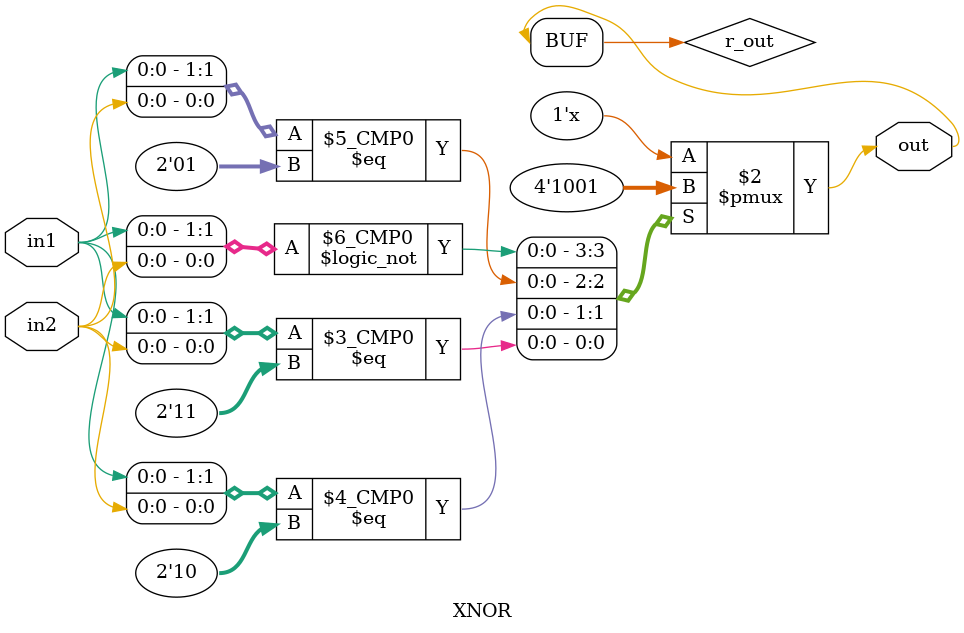
<source format=v>
module XNOR(output out, input in1, in2);
  reg r_out;
  assign out = r_out;
  always@(in1, in2)
    begin
      case({in1,in2})
        2'b00: out = 1'b1;
        2'b01: out = 1'b0;
        2'b10: out = 1'b0;
        2'b11: out = 1'b1;
        default: out = 1'b0;
      endcase
    end
endmodule

</source>
